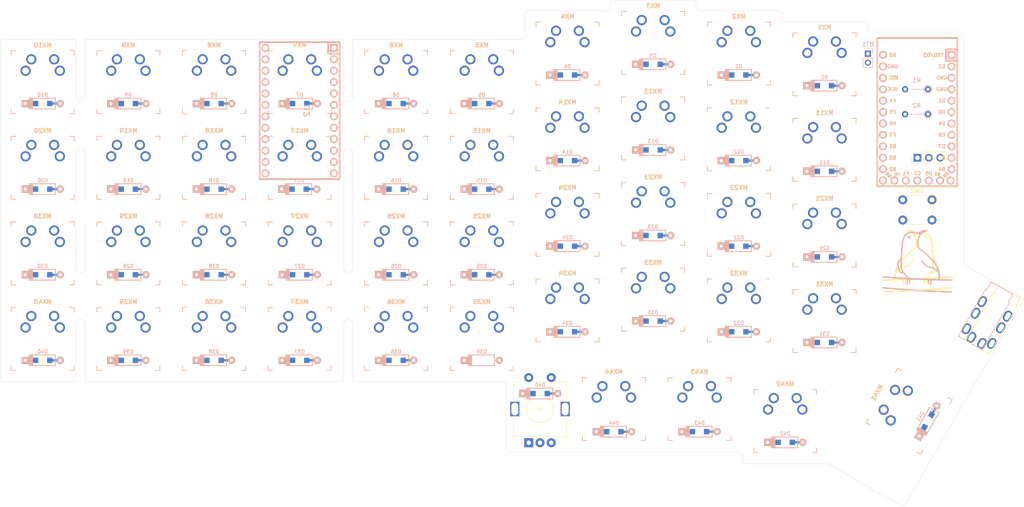
<source format=kicad_pcb>
(kicad_pcb (version 20240108) (generator "pcbnew") (generator_version "8.0")
  (layers (0 "F.Cu" signal) (31 "B.Cu" signal) (34 "B.Paste" user) (35 "F.Paste" user) (36 "B.SilkS" user "B.Silkscreen") (37 "F.SilkS" user "F.Silkscreen") (38 "B.Mask" user) (39 "F.Mask" user) (44 "Edge.Cuts" user))
  (net 0 "")
  (net 1 "Net-(D1-A)")
  (net 2 "ROW0")
  (net 3 "Net-(D2-A)")
  (net 4 "Net-(D3-A)")
  (net 5 "Net-(D4-A)")
  (net 6 "Net-(D5-A)")
  (net 7 "Net-(D6-A)")
  (net 8 "Net-(D7-A)")
  (net 9 "Net-(D8-A)")
  (net 10 "Net-(D9-A)")
  (net 11 "Net-(D10-A)")
  (net 12 "Net-(D11-A)")
  (net 13 "ROW1")
  (net 14 "Net-(D12-A)")
  (net 15 "Net-(D13-A)")
  (net 16 "Net-(D14-A)")
  (net 17 "Net-(D15-A)")
  (net 18 "Net-(D16-A)")
  (net 19 "Net-(D17-A)")
  (net 20 "Net-(D18-A)")
  (net 21 "Net-(D19-A)")
  (net 22 "Net-(D20-A)")
  (net 23 "Net-(D21-A)")
  (net 24 "ROW2")
  (net 25 "Net-(D22-A)")
  (net 26 "Net-(D23-A)")
  (net 27 "Net-(D24-A)")
  (net 28 "Net-(D25-A)")
  (net 29 "Net-(D26-A)")
  (net 30 "Net-(D27-A)")
  (net 31 "Net-(D28-A)")
  (net 32 "Net-(D29-A)")
  (net 33 "Net-(D30-A)")
  (net 34 "Net-(D31-A)")
  (net 35 "ROW3")
  (net 36 "Net-(D32-A)")
  (net 37 "Net-(D33-A)")
  (net 38 "Net-(D34-A)")
  (net 39 "Net-(D35-A)")
  (net 40 "Net-(D36-A)")
  (net 41 "Net-(D37-A)")
  (net 42 "Net-(D38-A)")
  (net 43 "Net-(D39-A)")
  (net 44 "Net-(D40-A)")
  (net 45 "ROW4")
  (net 46 "Net-(D41-A)")
  (net 47 "Net-(D42-A)")
  (net 48 "Net-(D43-A)")
  (net 49 "COL0")
  (net 50 "COL1")
  (net 51 "COL2")
  (net 52 "COL3")
  (net 53 "COL4")
  (net 54 "COL5")
  (net 55 "COL6")
  (net 56 "COL7")
  (net 57 "COL8")
  (net 58 "COL9")
  (net 59 "VCC")
  (net 60 "SDA")
  (net 61 "SCL")
  (net 62 "GND")
  (net 63 "Net-(D44-A)")
  (net 64 "LEFT")
  (net 65 "RIGHT")
  (net 66 "Net-(U1-RST)")
  (net 67 "ENC1-IN")
  (net 68 "BATT+")
  (net 70 "BATT-")
  (footprint "footprints:TRRS_JACK_MJ4PP9" (layer "F.Cu") (at 252.34275 119.5705 -30)
    (property "Reference" "J1" (hide yes))
    (property "Value" "TRRS_Jack" (hide yes))
  )
  (footprint "footprints:SW_MX_reversible" (layer "F.Cu") (at 222.5675 59.08675)
    (property "Reference" "MX1")
    (property "Value" "MX-NoLED")
  )
  (footprint "footprints:SW_MX_reversible" (layer "F.Cu") (at 203.5175 56.7055)
    (property "Reference" "MX2")
    (property "Value" "MX-NoLED")
  )
  (footprint "footprints:SW_MX_reversible" (layer "F.Cu") (at 184.4675 54.32425)
    (property "Reference" "MX3")
    (property "Value" "MX-NoLED")
  )
  (footprint "footprints:SW_MX_reversible" (layer "F.Cu") (at 165.4175 56.7055)
    (property "Reference" "MX4")
    (property "Value" "MX-NoLED")
  )
  (footprint "footprints:SW_MX_reversible" (layer "F.Cu") (at 146.3675 63.0555)
    (property "Reference" "MX5")
    (property "Value" "MX-NoLED")
  )
  (footprint "footprints:SW_MX_reversible" (layer "F.Cu") (at 127.3175 63.0555)
    (property "Reference" "MX6")
    (property "Value" "MX-NoLED")
  )
  (footprint "footprints:SW_MX_reversible" (layer "F.Cu") (at 105.88625 63.0555)
    (property "Reference" "MX7")
    (property "Value" "MX-NoLED")
  )
  (footprint "footprints:SW_MX_reversible" (layer "F.Cu") (at 86.83625 63.0555)
    (property "Reference" "MX8")
    (property "Value" "MX-NoLED")
  )
  (footprint "footprints:SW_MX_reversible" (layer "F.Cu") (at 67.78625 63.0555)
    (property "Reference" "MX9")
    (property "Value" "MX-NoLED")
  )
  (footprint "footprints:SW_MX_reversible" (layer "F.Cu") (at 48.73625 63.0555)
    (property "Reference" "MX10")
    (property "Value" "MX-NoLED")
  )
  (footprint "footprints:SW_MX_reversible" (layer "F.Cu") (at 222.5675 78.13675)
    (property "Reference" "MX11")
    (property "Value" "MX-NoLED")
  )
  (footprint "footprints:SW_MX_reversible" (layer "F.Cu") (at 203.5175 75.7555)
    (property "Reference" "MX12")
    (property "Value" "MX-NoLED")
  )
  (footprint "footprints:SW_MX_reversible" (layer "F.Cu") (at 184.4675 73.37425)
    (property "Reference" "MX13")
    (property "Value" "MX-NoLED")
  )
  (footprint "footprints:SW_MX_reversible" (layer "F.Cu") (at 165.4175 75.7555)
    (property "Reference" "MX14")
    (property "Value" "MX-NoLED")
  )
  (footprint "footprints:SW_MX_reversible" (layer "F.Cu") (at 146.3675 82.1055)
    (property "Reference" "MX15")
    (property "Value" "MX-NoLED")
  )
  (footprint "footprints:SW_MX_reversible" (layer "F.Cu") (at 127.3175 82.1055)
    (property "Reference" "MX16")
    (property "Value" "MX-NoLED")
  )
  (footprint "footprints:SW_MX_reversible" (layer "F.Cu") (at 105.88625 82.1055)
    (property "Reference" "MX17")
    (property "Value" "MX-NoLED")
  )
  (footprint "footprints:SW_MX_reversible" (layer "F.Cu") (at 86.83625 82.1055)
    (property "Reference" "MX18")
    (property "Value" "MX-NoLED")
  )
  (footprint "footprints:SW_MX_reversible" (layer "F.Cu") (at 67.78625 82.1055)
    (property "Reference" "MX19")
    (property "Value" "MX-NoLED")
  )
  (footprint "footprints:SW_MX_reversible" (layer "F.Cu") (at 48.73625 82.1055)
    (property "Reference" "MX20")
    (property "Value" "MX-NoLED")
  )
  (footprint "footprints:SW_MX_reversible" (layer "F.Cu") (at 222.5675 97.18675)
    (property "Reference" "MX21")
    (property "Value" "MX-NoLED")
  )
  (footprint "footprints:SW_MX_reversible" (layer "F.Cu") (at 203.5175 94.8055)
    (property "Reference" "MX22")
    (property "Value" "MX-NoLED")
  )
  (footprint "footprints:SW_MX_reversible" (layer "F.Cu") (at 184.4675 92.42425)
    (property "Reference" "MX23")
    (property "Value" "MX-NoLED")
  )
  (footprint "footprints:SW_MX_reversible" (layer "F.Cu") (at 165.4175 94.8055)
    (property "Reference" "MX24")
    (property "Value" "MX-NoLED")
  )
  (footprint "footprints:SW_MX_reversible" (layer "F.Cu") (at 146.3675 101.1555)
    (property "Reference" "MX25")
    (property "Value" "MX-NoLED")
  )
  (footprint "footprints:SW_MX_reversible" (layer "F.Cu") (at 127.3175 101.1555)
    (property "Reference" "MX26")
    (property "Value" "MX-NoLED")
  )
  (footprint "footprints:SW_MX_reversible" (layer "F.Cu") (at 105.88625 101.1555)
    (property "Reference" "MX27")
    (property "Value" "MX-NoLED")
  )
  (footprint "footprints:SW_MX_reversible" (layer "F.Cu") (at 86.83625 101.1555)
    (property "Reference" "MX28")
    (property "Value" "MX-NoLED")
  )
  (footprint "footprints:SW_MX_reversible" (layer "F.Cu") (at 67.78625 101.1555)
    (property "Reference" "MX29")
    (property "Value" "MX-NoLED")
  )
  (footprint "footprints:SW_MX_reversible" (layer "F.Cu") (at 48.73625 101.1555)
    (property "Reference" "MX30")
    (property "Value" "MX-NoLED")
  )
  (footprint "footprints:SW_MX_reversible" (layer "F.Cu") (at 222.5675 116.23675)
    (property "Reference" "MX31")
    (property "Value" "MX-NoLED")
  )
  (footprint "footprints:SW_MX_reversible" (layer "F.Cu") (at 203.5175 113.8555)
    (property "Reference" "MX32")
    (property "Value" "MX-NoLED")
  )
  (footprint "footprints:SW_MX_reversible" (layer "F.Cu") (at 184.4675 111.47425)
    (property "Reference" "MX33")
    (property "Value" "MX-NoLED")
  )
  (footprint "footprints:SW_MX_reversible" (layer "F.Cu") (at 165.4175 113.8555)
    (property "Reference" "MX34")
    (property "Value" "MX-NoLED")
  )
  (footprint "footprints:SW_MX_reversible" (layer "F.Cu") (at 146.3675 120.2055)
    (property "Reference" "MX35")
    (property "Value" "MX-NoLED")
  )
  (footprint "footprints:SW_MX_reversible" (layer "F.Cu") (at 127.3175 120.2055)
    (property "Reference" "MX36")
    (property "Value" "MX-NoLED")
  )
  (footprint "footprints:SW_MX_reversible" (layer "F.Cu") (at 105.88625 120.2055)
    (property "Reference" "MX37")
    (property "Value" "MX-NoLED")
  )
  (footprint "footprints:SW_MX_reversible" (layer "F.Cu") (at 86.83625 120.2055)
    (property "Reference" "MX38")
    (property "Value" "MX-NoLED")
  )
  (footprint "footprints:SW_MX_reversible" (layer "F.Cu") (at 67.78625 120.2055)
    (property "Reference" "MX39")
    (property "Value" "MX-NoLED")
  )
  (footprint "footprints:SW_MX_reversible" (layer "F.Cu") (at 48.73625 120.2055)
    (property "Reference" "MX40")
    (property "Value" "MX-NoLED")
  )
  (footprint "footprints:SW_MX_reversible" (layer "F.Cu") (at 241.389 136.30275 60)
    (property "Reference" "MX41")
    (property "Value" "MX-NoLED")
  )
  (footprint "footprints:SW_MX_reversible" (layer "F.Cu") (at 213.83 138.46175)
    (property "Reference" "MX42")
    (property "Value" "MX-NoLED")
  )
  (footprint "footprints:SW_MX_reversible" (layer "F.Cu") (at 194.78 135.79475)
    (property "Reference" "MX43")
    (property "Value" "MX-NoLED")
  )
  (footprint "Button_Switch_THT:SW_PUSH_6mm" (layer "F.Cu") (at 239.9665 89.24925)
    (property "Reference" "SW0")
    (property "Value" "Reset")
  )
  (footprint "MountingHole:MountingHole_5.5mm" (layer "F.Cu") (at 136.8425 72.5805)
    (property "Reference" "H2" (hide yes))
    (property "Value" "MountingHole")
  )
  (footprint "MountingHole:MountingHole_5.5mm" (layer "F.Cu") (at 213.0425 68.61175)
    (property "Reference" "H3" (hide yes))
    (property "Value" "MountingHole")
  )
  (footprint "MountingHole:MountingHole_5.5mm" (layer "F.Cu") (at 77.305 110.6805)
    (property "Reference" "H4" (hide yes))
    (property "Value" "MountingHole")
  )
  (footprint "MountingHole:MountingHole_5.5mm" (layer "F.Cu") (at 136.8425 110.6805)
    (property "Reference" "H5" (hide yes))
    (property "Value" "MountingHole")
  )
  (footprint "MountingHole:MountingHole_5.5mm" (layer "F.Cu") (at 213.0425 106.71175)
    (property "Reference" "H6" (hide yes))
    (property "Value" "MountingHole")
  )
  (footprint "MountingHole:MountingHole_5.5mm" (layer "F.Cu") (at 228.1555 132.55625)
    (property "Reference" "H7" (hide yes))
    (property "Value" "MountingHole")
  )
  (footprint "MountingHole:MountingHole_5.5mm" (layer "F.Cu") (at 77.305 72.5805)
    (property "Reference" "H1" (hide yes))
    (property "Value" "MountingHole")
  )
  (footprint "footprints:SW_MX_reversible" (layer "F.Cu") (at 175.73 135.79475)
    (property "Reference" "MX44")
    (property "Value" "MX-NoLED")
  )
  (footprint "Rotary_Encoder:RotaryEncoder_Alps_EC11E-Switch_Vertical_H20mm" (layer "F.Cu") (at 156.807 143.30975 90)
    (property "Reference" "ENC1" (hide yes))
    (property "Value" "Rotary_Encoder_Switch")
  )
  (footprint "footprints:Stabilizer_MX_2u" (layer "F.Cu") (at 241.389 136.30275 -120)
    (property "Reference" "FID1" (hide yes))
    (property "Value" "Stabalizer Drill Holes" (hide yes))
  )
  (footprint "footprints:wren_logo" (layer "F.Cu") (at 243.167 102.90175)
    (property "Reference" "FID3" (hide yes))
    (property "Value" "Rear Silkscreen" (hide yes))
  )
  (footprint "MountingHole:MountingHole_2.1mm" (layer "F.Cu") (at 116.70675 69.4055)
    (property "Reference" "FID4" (hide yes))
    (property "Value" "Break Hole" (hide yes))
  )
  (footprint "MountingHole:MountingHole_2.1mm" (layer "F.Cu") (at 116.70675 75.7555)
    (property "Reference" "FID6" (hide yes))
    (property "Value" "Break Hole" (hide yes))
  )
  (footprint "MountingHole:MountingHole_2.1mm" (layer "F.Cu") (at 116.70675 107.5055)
    (property "Reference" "FID7" (hide yes))
    (property "Value" "Break Hole" (hide yes))
  )
  (footprint "MountingHole:MountingHole_5.5mm" (layer "F.Cu") (at 96.34225 91.6305)
    (property "Reference" "H8" (hide yes))
    (property "Value" "MountingHole")
  )
  (footprint "MountingHole:MountingHole_5.5mm" (layer "F.Cu") (at 58.25425 91.6305)
    (property "Reference" "H9" (hide yes))
    (property "Value" "MountingHole")
  )
  (footprint "MountingHole:MountingHole_2.1mm" (layer "F.Cu") (at 116.70675 72.54875)
    (property "Reference" "FID5" (hide yes))
    (property "Value" "Break Hole" (hide yes))
  )
  (footprint "MountingHole:MountingHole_2.1mm" (layer "F.Cu") (at 57.14375 110.64875)
    (property "Reference" "FID8" (hide yes))
    (property "Value" "Break Hole" (hide yes))
  )
  (footprint "MountingHole:MountingHole_2.1mm" (layer "F.Cu") (at 116.70675 113.8555)
    (property "Reference" "FID9" (hide yes))
    (property "Value" "Break Hole" (hide yes))
  )
  (footprint "MountingHole:MountingHole_2.1mm" (layer "F.Cu") (at 57.14375 113.8555)
    (property "Reference" "FID10" (hide yes))
    (property "Value" "Break Hole" (hide yes))
  )
  (footprint "MountingHole:MountingHole_2.1mm" (layer "F.Cu") (at 57.14375 72.54875)
    (property "Reference" "FID12" (hide yes))
    (property "Value" "Break Hole" (hide yes))
  )
  (footprint "MountingHole:MountingHole_2.1mm" (layer "F.Cu") (at 57.14375 75.7555)
    (property "Reference" "FID13" (hide yes))
    (property "Value" "Break Hole" (hide yes))
  )
  (footprint "MountingHole:MountingHole_2.1mm" (layer "F.Cu") (at 57.14375 69.2785)
    (property "Reference" "FID14" (hide yes))
    (property "Value" "Break Hole" (hide yes))
  )
  (footprint "MountingHole:MountingHole_2.1mm" (layer "F.Cu") (at 116.70675 110.64875)
    (property "Reference" "FID15" (hide yes))
    (property "Value" "Break Hole" (hide yes))
  )
  (footprint "MountingHole:MountingHole_2.1mm" (layer "F.Cu") (at 57.14375 107.5055)
    (property "Reference" "FID11" (hide yes))
    (property "Value" "Break Hole" (hide yes))
  )
  (footprint "Connector_PinHeader_2.54mm:PinHeader_1x03_P2.54mm_Vertical" (layer "F.Cu") (at 243.21875 79.8875 90)
    (property "Reference" "J2" (hide yes))
    (property "Value" "Nice!Nano Compatibility" (hide yes))
  )
  (footprint "footprints:D_SOD123_axial" (layer "B.Cu") (at 222.56125 63.84925)
    (property "Reference" "D1")
    (property "Value" "D_Small" (hide yes))
  )
  (footprint "footprints:D_SOD123_axial" (layer "B.Cu") (at 203.51125 61.468)
    (property "Reference" "D2")
    (property "Value" "D_Small" (hide yes))
  )
  (footprint "footprints:D_SOD123_axial" (layer "B.Cu") (at 184.46125 59.08675)
    (property "Reference" "D3")
    (property "Value" "D_Small" (hide yes))
  )
  (footprint "footprints:D_SOD123_axial" (layer "B.Cu") (at 165.41125 61.468)
    (property "Reference" "D4")
    (property "Value" "D_Small" (hide yes))
  )
  (footprint "footprints:D_SOD123_axial" (layer "B.Cu") (at 146.36125 67.818)
    (property "Reference" "D5")
    (property "Value" "D_Small" (hide yes))
  )
  (footprint "footprints:D_SOD123_axial" (layer "B.Cu") (at 127.31125 67.818)
    (property "Reference" "D6")
    (property "Value" "D_Small" (hide yes))
  )
  (footprint "footprints:D_SOD123_axial" (layer "B.Cu") (at 105.88 67.818)
    (property "Reference" "D7")
    (property "Value" "D_Small" (hide yes))
  )
  (footprint "footprints:D_SOD123_axial" (layer "B.Cu") (at 86.83 67.818)
    (property "Reference" "D8")
    (property "Value" "D_Small" (hide yes))
  )
  (footprint "footprints:D_SOD123_axial" (layer "B.Cu") (at 67.78 67.818)
    (property "Reference" "D9")
    (property "Value" "D_Small" (hide yes))
  )
  (footprint "footprints:D_SOD123_axial" (layer "B.Cu") (at 48.73 67.818)
    (property "Reference" "D10")
    (property "Value" "D_Small" (hide yes))
  )
  (footprint "footprints:D_SOD123_axial" (layer "B.Cu") (at 222.56125 82.89925)
    (property "Reference" "D11")
    (property "Value" "D_Small" (hide yes))
  )
  (footprint "footprints:D_SOD123_axial" (layer "B.Cu") (at 203.51125 80.518)
    (property "Reference" "D12")
    (property "Value" "D_Small" (hide yes))
  )
  (footprint "footprints:D_SOD123_axial" (layer "B.Cu") (at 184.46125 78.13675)
    (property "Reference" "D13")
    (property "Value" "D_Small" (hide yes))
  )
  (footprint "footprints:D_SOD123_axial" (layer "B.Cu") (at 165.41125 80.518)
    (property "Reference" "D14")
    (property "Value" "D_Small" (hide yes))
  )
  (footprint "footprints:D_SOD123_axial" (layer "B.Cu") (at 146.36125 86.868)
    (property "Reference" "D15")
    (property "Value" "D_Small" (hide yes))
  )
  (footprint "footprints:D_SOD123_axial" (layer "B.Cu") (at 127.31125 86.868)
    (property "Reference" "D16")
    (property "Value" "D_Small" (hide yes))
  )
  (footprint "footprints:D_SOD123_axial" (layer "B.Cu") (at 105.753 86.868)
    (property "Reference" "D17")
    (property "Value" "D_Small" (hide yes))
  )
  (footprint "footprints:D_SOD123_axial" (layer "B.Cu") (at 86.83 86.868)
    (property "Reference" "D18")
    (property "Value" "D_Small" (hide yes))
  )
  (footprint "footprints:D_SOD123_axial" (layer "B.Cu") (at 67.78 86.868)
    (property "Reference" "D19")
    (property "Value" "D_Small" (hide yes))
  )
  (footprint "footprints:D_SOD123_axial" (layer "B.Cu") (at 48.73 86.868)
    (property "Reference" "D20")
    (property "Value" "D_Small" (hide yes))
  )
  (footprint "footprints:D_SOD123_axial" (layer "B.Cu") (at 222.56125 101.94925)
    (property "Reference" "D21")
    (property "Value" "D_Small" (hide yes))
  )
  (footprint "footprints:D_SOD123_axial" (layer "B.Cu") (at 203.51125 99.568)
    (property "Reference" "D22")
    (property "Value" "D_Small" (hide yes))
  )
  (footprint "footprints:D_SOD123_axial" (layer "B.Cu") (at 184.46125 97.18675)
    (property "Reference" "D23")
    (property "Value" "D_Small" (hide yes))
  )
  (footprint "footprints:D_SOD123_axial" (layer "B.Cu") (at 165.41125 99.568)
    (property "Reference" "D24")
    (property "Value" "D_Small" (hide yes))
  )
  (footprint "footprints:D_SOD123_axial" (layer "B.Cu") (at 146.36125 105.918)
    (property "Reference" "D25")
    (property "Value" "D_Small" (hide yes))
  )
  (footprint "footprints:D_SOD123_axial" (layer "B.Cu") (at 127.31125 105.918)
    (property "Reference" "D26")
    (property "Value" "D_Small" (hide yes))
  )
  (footprint "footprints:D_SOD123_axial" (layer "B.Cu") (at 105.88 105.918)
    (property "Reference" "D27")
    (property "Value" "D_Small" (hide yes))
  )
  (footprint "footprints:D_SOD123_axial" (layer "B.Cu") (at 86.83 105.918)
    (property "Reference" "D28")
    (property "Value" "D_Small" (hide yes))
  )
  (footprint "footprints:D_SOD123_axial" (layer "B.Cu") (at 67.78 105.918)
    (property "Reference" "D29")
    (property "Value" "D_Small" (hide yes))
  )
  (footprint "footprints:D_SOD123_axial" (layer "B.Cu") (at 48.73 105.918)
    (property "Reference" "D30")
    (property "Value" "D_Small" (hide yes))
  )
  (footprint "footprints:D_SOD123_axial" (layer "B.Cu") (at 222.56125 120.99925)
    (property "Reference" "D31")
    (property "Value" "D_Small" (hide yes))
  )
  (footprint "footprints:D_SOD123_axial" (layer "B.Cu") (at 203.51125 118.618)
    (property "Reference" "D32")
    (property "Value" "D_Small" (hide yes))
  )
  (footprint "footprints:D_SOD123_axial" (layer "B.Cu") (at 184.46125 116.23675)
    (property "Reference" "D33")
    (property "Value" "D_Small" (hide yes))
  )
  (footprint "footprints:D_SOD123_axial" (layer "B.Cu") (at 165.41125 118.618)
    (property "Reference" "D34")
    (property "Value" "D_Small" (hide yes))
  )
  (footprint "footprints:D_SOD123_axial" (layer "B.Cu") (at 146.36125 124.968)
    (property "Reference" "D35")
    (property "Value" "D_Small" (hide yes))
  )
  (footprint "footprints:D_SOD123_axial" (layer "B.Cu") (at 127.31125 124.968)
    (property "Reference" "D36")
    (property "Value" "D_Small" (hide yes))
  )
  (footprint "footprints:D_SOD123_axial" (layer "B.Cu") (at 105.88 124.968)
    (property "Reference" "D37")
    (property "Value" "D_Small" (hide yes))
  )
  (footprint "footprints:D_SOD123_axial" (layer "B.Cu") (at 86.83 124.968)
    (property "Reference" "D38")
    (property "Value" "D_Small" (hide yes))
  )
  (footprint "footprints:D_SOD123_axial" (layer "B.Cu") (at 67.78 124.968)
    (property "Reference" "D39")
    (property "Value" "D_Small" (hide yes))
  )
  (footprint "footprints:D_SOD123_axial" (layer "B.Cu") (at 48.73 124.968)
    (property "Reference" "D40")
    (property "Value" "D_Small" (hide yes))
  )
  (footprint "footprints:D_SOD123_axial" (layer "B.Cu") (at 194.78 140.843)
    (property "Reference" "D43")
    (property "Value" "D_Small" (hide yes))
  )
  (footprint "footprints:D_SOD123_axial" (layer "B.Cu") (at 175.73 140.843)
    (property "Reference" "D44")
    (property "Value" "D_Small" (hide yes))
  )
  (footprint "footprints:D_SOD123_axial" (layer "B.Cu") (at 159.347 132.36575)
    (property "Reference" "D45")
    (property "Value" "D_Small" (hide yes))
  )
  (footprint "Resistor_THT:R_Axial_DIN0204_L3.6mm_D1.6mm_P5.08mm_Vertical" (layer "B.Cu") (at 245.57 70.19925 180)
    (property "Reference" "R2")
    (property "Value" "10kOhms")
  )
  (footprint "footprints:Elite-C" (layer "B.Cu") (at 243.205 70.993 -90)
    (property "Reference" "U1" (hide yes))
    (property "Value" "Elite-C" (hide yes))
  )
  (footprint "Resistor_THT:R_Axial_DIN0204_L3.6mm_D1.6mm_P5.08mm_Vertical" (layer "B.Cu") (at 245.57 64.643 180)
    (property "Reference" "R1")
    (property "Value" "2.2kOhms")
  )
  (footprint "footprints:D_SOD123_axial" (layer "B.Cu") (at 245.573 138.46175 60)
    (property "Reference" "D41")
    (property "Value" "D_Small" (hide yes))
  )
  (footprint "footprints:D_SOD123_axial" (layer "B.Cu") (at 213.83 143.22425)
    (property "Reference" "D42")
    (property "Value" "D_Small" (hide yes))
  )
  (footprint "footprints:wren_logo" (layer "B.Cu") (at 243.167 102.90175 180)
    (property "Reference" "FID2" (hide yes))
    (property "Value" "Front Silkscreen" (hide yes))
  )
  (footprint "footprints:ARDUINO_PRO_MICRO" (layer "B.Cu") (at 105.86425 69.4055 -90)
    (property "Reference" "U2")
    (property "Value" "EGG PRO MICRO" (hide yes))
  )
  (footprint "Connector_PinHeader_2.00mm:PinHeader_1x02_P2.00mm_Vertical" (layer "B.Cu") (at 232.20875 56.7175 180)
    (property "Reference" "BT1")
    (property "Value" "Battery Connector")
  )
  (gr_line (start 232.0835 50.3555) (end 232.0835 51.14925) (stroke (width 0.05)) (layer "Edge.Cuts"))
  (gr_line (start 253.508 103.53675) (end 253.508 52.73675) (stroke (width 0.05)) (layer "Edge.Cuts"))
  (gr_arc (start 152.5205 145.31975) (mid 151.959411 145.087339) (end 151.727 144.52625) (stroke (width 0.05)) (layer "Edge.Cuts"))
  (gr_line (start 204.311 146.11325) (end 204.311 147.193) (stroke (width 0.05)) (layer "Edge.Cuts"))
  (gr_line (start 152.5205 145.31975) (end 203.5175 145.31975) (stroke (width 0.05)) (layer "Edge.Cuts"))
  (gr_line (start 151.727 144.52625) (end 151.727 130.52425) (stroke (width 0.05)) (layer "Edge.Cuts"))
  (gr_line (start 150.9335 129.73075) (end 147.179 129.7305) (stroke (width 0.05)) (layer "Edge.Cuts"))
  (gr_line (start 117.84975 53.5305) (end 155.114 53.5305) (stroke (width 0.05)) (layer "Edge.Cuts"))
  (gr_line (start 117.84975 129.7305) (end 147.179 129.7305) (stroke (width 0.05)) (layer "Edge.Cuts"))
  (gr_line (start 56.00075 53.5305) (end 40.0565 53.5305) (stroke (width 0.05)) (layer "Edge.Cuts"))
  (gr_line (start 56.00075 129.7305) (end 40.0565 129.73025) (stroke (width 0.05)) (layer "Edge.Cuts"))
  (gr_line (start 56.12775 116.9035) (end 56.12775 129.6035) (stroke (width 0.05)) (layer "Edge.Cuts"))
  (gr_line (start 58.15975 129.6035) (end 58.15975 116.9035) (stroke (width 0.05)) (layer "Edge.Cuts"))
  (gr_line (start 56.12775 104.4575) (end 56.12775 78.8035) (stroke (width 0.05)) (layer "Edge.Cuts"))
  (gr_line (start 58.15975 78.8035) (end 58.15975 104.4575) (stroke (width 0.05)) (layer "Edge.Cuts"))
  (gr_line (start 56.12775 66.2305) (end 56.12775 53.6575) (stroke (width 0.05)) (layer "Edge.Cuts"))
  (gr_line (start 58.15975 53.6575) (end 58.15975 66.2305) (stroke (width 0.05)) (layer "Edge.Cuts"))
  (gr_line (start 115.69075 104.4575) (end 115.69075 78.8035) (stroke (width 0.05)) (layer "Edge.Cuts"))
  (gr_line (start 117.72275 78.8035) (end 117.72275 104.4575) (stroke (width 0.05)) (layer "Edge.Cuts"))
  (gr_line (start 117.72275 129.6035) (end 117.72275 116.9035) (stroke (width 0.05)) (layer "Edge.Cuts"))
  (gr_line (start 117.72275 53.6575) (end 117.72275 66.3575) (stroke (width 0.05)) (layer "Edge.Cuts"))
  (gr_line (start 115.69075 116.9035) (end 115.69075 128.9685) (stroke (width 0.05)) (layer "Edge.Cuts"))
  (gr_line (start 114.92875 129.7305) (end 58.28675 129.7305) (stroke (width 0.05)) (layer "Edge.Cuts"))
  (gr_line (start 115.69075 54.2925) (end 115.69075 66.3575) (stroke (width 0.05)) (layer "Edge.Cuts"))
  (gr_line (start 114.92875 53.5305) (end 98.16475 53.5305) (stroke (width 0.05)) (layer "Edge.Cuts"))
  (gr_arc (start 117.72275 53.6575) (mid 117.759947 53.567697) (end 117.84975 53.5305) (stroke (width 0.05)) (layer "Edge.Cuts"))
  (gr_arc (start 174.95125 45.593) (mid 175.183734 45.031734) (end 175.745 44.79925) (stroke (width 0.05)) (layer "Edge.Cuts"))
  (gr_arc (start 252.7145 51.94325) (mid 253.275589 52.175661) (end 253.508 52.73675) (stroke (width 0.05)) (layer "Edge.Cuts"))
  (gr_arc (start 232.877 51.94275) (mid 232.315911 51.710339) (end 232.0835 51.14925) (stroke (width 0.05)) (layer "Edge.Cuts"))
  (gr_arc (start 40.0565 129.73025) (mid 39.495411 129.497839) (end 39.263 128.93675) (stroke (width 0.05)) (layer "Edge.Cuts"))
  (gr_arc (start 56.00075 53.5305) (mid 56.090553 53.567697) (end 56.12775 53.6575) (stroke (width 0.05)) (layer "Edge.Cuts"))
  (gr_line (start 240.119 157.63875) (end 266.916 111.41075) (stroke (width 0.05)) (layer "Edge.Cuts"))
  (gr_arc (start 205.1045 147.9865) (mid 204.543411 147.754089) (end 204.311 147.193) (stroke (width 0.05)) (layer "Edge.Cuts"))
  (gr_line (start 39.26275 54.32425) (end 39.263 128.93675) (stroke (width 0.05)) (layer "Edge.Cuts"))
  (gr_line (start 252.7145 51.94325) (end 232.877 51.943) (stroke (width 0.05)) (layer "Edge.Cuts"))
  (gr_arc (start 203.5175 145.31975) (mid 204.078589 145.552161) (end 204.311 146.11325) (stroke (width 0.05)) (layer "Edge.Cuts"))
  (gr_arc (start 115.69075 78.8035) (mid 116.70675 77.7875) (end 117.72275 78.8035) (stroke (width 0.05)) (layer "Edge.Cuts"))
  (gr_line (start 231.29 49.562) (end 213.833 49.56175) (stroke (width 0.05)) (layer "Edge.Cuts"))
  (gr_line (start 98.16475 53.5305) (end 58.28675 53.5305) (stroke (width 0.05)) (layer "Edge.Cuts"))
  (gr_arc (start 56.12775 116.9035) (mid 57.14375 115.8875) (end 58.15975 116.9035) (stroke (width 0.05)) (layer "Edge.Cuts"))
  (gr_arc (start 155.90775 52.73675) (mid 155.675266 53.298016) (end 155.114 53.5305) (stroke (width 0.05)) (layer "Edge.Cuts"))
  (gr_arc (start 212.246 47.18075) (mid 212.807089 47.413161) (end 213.0395 47.97425) (stroke (width 0.05)) (layer "Edge.Cuts"))
  (gr_arc (start 58.15975 104.4575) (mid 57.14375 105.4735) (end 56.12775 104.4575) (stroke (width 0.05)) (layer "Edge.Cuts"))
  (gr_arc (start 193.202 44.7995) (mid 193.763089 45.031911) (end 193.9955 45.593) (stroke (width 0.05)) (layer "Edge.Cuts"))
  (gr_arc (start 117.84975 129.7305) (mid 117.759947 129.693303) (end 117.72275 129.6035) (stroke (width 0.05)) (layer "Edge.Cuts"))
  (gr_arc (start 117.72275 104.4575) (mid 116.70675 105.4735) (end 115.69075 104.4575) (stroke (width 0.05)) (layer "Edge.Cuts"))
  (gr_arc (start 115.69075 128.9685) (mid 115.467565 129.507315) (end 114.92875 129.7305) (stroke (width 0.05)) (layer "Edge.Cuts"))
  (gr_arc (start 58.28675 129.7305) (mid 58.196947 129.693303) (end 58.15975 129.6035) (stroke (width 0.05)) (layer "Edge.Cuts"))
  (gr_line (start 193.9955 46.38675) (end 193.9955 45.593) (stroke (width 0.05)) (layer "Edge.Cuts"))
  (gr_arc (start 155.90725 47.97425) (mid 156.139734 47.412984) (end 156.701 47.1805) (stroke (width 0.05)) (layer "Edge.Cuts"))
  (gr_arc (start 194.789 47.18025) (mid 194.227911 46.947839) (end 193.9955 46.38675) (stroke (width 0.05)) (layer "Edge.Cuts"))
  (gr_line (start 266.916 111.41075) (end 253.508 103.53675) (stroke (width 0.05)) (layer "Edge.Cuts"))
  (gr_arc (start 56.12775 78.8035) (mid 57.14375 77.7875) (end 58.15975 78.8035) (stroke (width 0.05)) (layer "Edge.Cuts"))
  (gr_arc (start 58.15975 66.2305) (mid 57.14375 67.2465) (end 56.12775 66.2305) (stroke (width 0.05)) (layer "Edge.Cuts"))
  (gr_arc (start 58.15975 53.6575) (mid 58.196947 53.567697) (end 58.28675 53.5305) (stroke (width 0.05)) (layer "Edge.Cuts"))
  (gr_arc (start 56.12775 129.6035) (mid 56.090553 129.693303) (end 56.00075 129.7305) (stroke (width 0.05)) (layer "Edge.Cuts"))
  (gr_line (start 174.95125 45.593) (end 174.9515 46.38675) (stroke (width 0.05)) (layer "Edge.Cuts"))
  (gr_line (start 223.355 147.98675) (end 240.119 157.63875) (stroke (width 0.05)) (layer "Edge.Cuts"))
  (gr_arc (start 39.26275 54.32425) (mid 39.495234 53.762984) (end 40.0565 53.5305) (stroke (width 0.05)) (layer "Edge.Cuts"))
  (gr_arc (start 174.95175 46.38675) (mid 174.719266 46.948016) (end 174.158 47.1805) (stroke (width 0.05)) (layer "Edge.Cuts"))
  (gr_line (start 212.246 47.18075) (end 194.789 47.1805) (stroke (width 0.05)) (layer "Edge.Cuts"))
  (gr_arc (start 117.72275 66.3575) (mid 116.70675 67.3735) (end 115.69075 66.3575) (stroke (width 0.05)) (layer "Edge.Cuts"))
  (gr_arc (start 150.9335 129.73075) (mid 151.494589 129.963161) (end 151.727 130.52425) (stroke (width 0.05)) (layer "Edge.Cuts"))
  (gr_arc (start 213.833 49.5615) (mid 213.271911 49.329089) (end 213.0395 48.768) (stroke (width 0.05)) (layer "Edge.Cuts"))
  (gr_arc (start 115.69075 116.9035) (mid 116.70675 115.8875) (end 117.72275 116.9035) (stroke (width 0.05)) (layer "Edge.Cuts"))
  (gr_line (start 174.158 47.1805) (end 156.701 47.1805) (stroke (width 0.05)) (layer "Edge.Cuts"))
  (gr_line (start 193.202 44.7995) (end 175.745 44.79925) (stroke (width 0.05)) (layer "Edge.Cuts"))
  (gr_line (start 213.0395 48.768) (end 213.0395 47.97425) (stroke (width 0.05)) (layer "Edge.Cuts"))
  (gr_line (start 205.1045 147.9865) (end 223.355 147.98675) (stroke (width 0.05)) (layer "Edge.Cuts"))
  (gr_line (start 155.90725 47.97425) (end 155.9075 52.73675) (stroke (width 0.05)) (layer "Edge.Cuts"))
  (gr_arc (start 231.29 49.562) (mid 231.851089 49.794411) (end 232.0835 50.3555) (stroke (width 0.05)) (layer "Edge.Cuts"))
  (gr_arc (start 114.92875 53.5305) (mid 115.467565 53.753685) (end 115.69075 54.2925) (stroke (width 0.05)) (layer "Edge.Cuts"))
)
</source>
